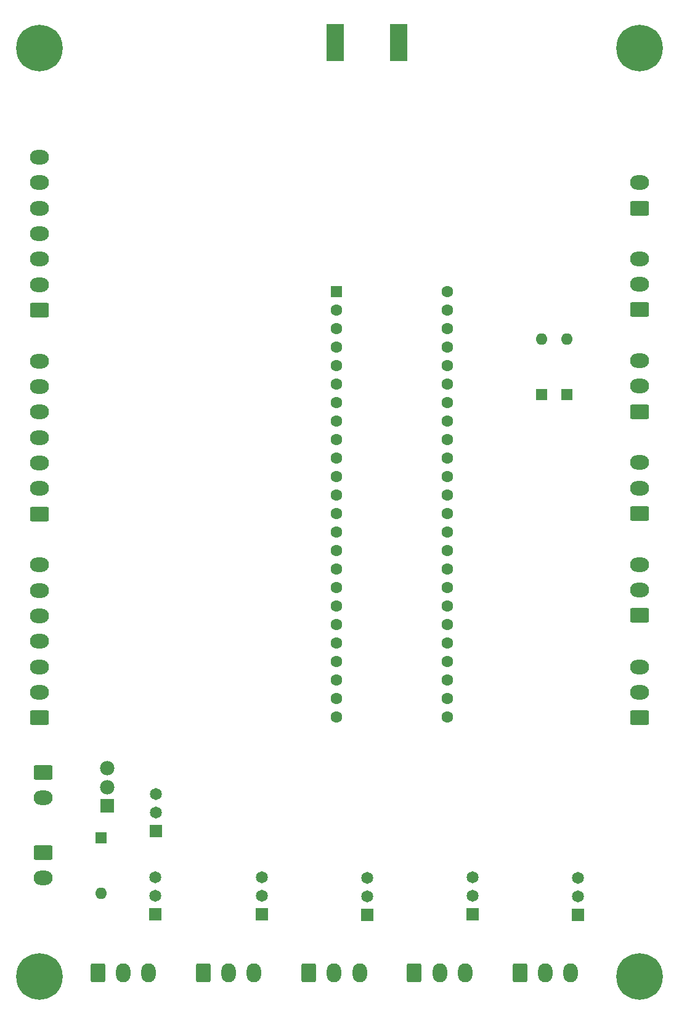
<source format=gbr>
%TF.GenerationSoftware,KiCad,Pcbnew,7.0.9*%
%TF.CreationDate,2024-08-13T21:33:33-05:00*%
%TF.ProjectId,TestStand,54657374-5374-4616-9e64-2e6b69636164,rev?*%
%TF.SameCoordinates,Original*%
%TF.FileFunction,Soldermask,Bot*%
%TF.FilePolarity,Negative*%
%FSLAX46Y46*%
G04 Gerber Fmt 4.6, Leading zero omitted, Abs format (unit mm)*
G04 Created by KiCad (PCBNEW 7.0.9) date 2024-08-13 21:33:33*
%MOMM*%
%LPD*%
G01*
G04 APERTURE LIST*
G04 Aperture macros list*
%AMRoundRect*
0 Rectangle with rounded corners*
0 $1 Rounding radius*
0 $2 $3 $4 $5 $6 $7 $8 $9 X,Y pos of 4 corners*
0 Add a 4 corners polygon primitive as box body*
4,1,4,$2,$3,$4,$5,$6,$7,$8,$9,$2,$3,0*
0 Add four circle primitives for the rounded corners*
1,1,$1+$1,$2,$3*
1,1,$1+$1,$4,$5*
1,1,$1+$1,$6,$7*
1,1,$1+$1,$8,$9*
0 Add four rect primitives between the rounded corners*
20,1,$1+$1,$2,$3,$4,$5,0*
20,1,$1+$1,$4,$5,$6,$7,0*
20,1,$1+$1,$6,$7,$8,$9,0*
20,1,$1+$1,$8,$9,$2,$3,0*%
G04 Aperture macros list end*
%ADD10R,1.651000X1.651000*%
%ADD11C,1.651000*%
%ADD12R,1.600000X1.600000*%
%ADD13C,1.600000*%
%ADD14C,6.400000*%
%ADD15O,1.600000X1.600000*%
%ADD16RoundRect,0.250000X-1.050000X0.750000X-1.050000X-0.750000X1.050000X-0.750000X1.050000X0.750000X0*%
%ADD17O,2.600000X2.000000*%
%ADD18R,1.980000X1.980000*%
%ADD19C,1.980000*%
%ADD20R,2.420000X5.080000*%
%ADD21RoundRect,0.250000X1.050000X-0.750000X1.050000X0.750000X-1.050000X0.750000X-1.050000X-0.750000X0*%
%ADD22RoundRect,0.250000X-0.750000X-1.050000X0.750000X-1.050000X0.750000X1.050000X-0.750000X1.050000X0*%
%ADD23O,2.000000X2.600000*%
G04 APERTURE END LIST*
D10*
%TO.C,CR6*%
X101500000Y-187080000D03*
D11*
X101500000Y-184540000D03*
X101500000Y-182000000D03*
%TD*%
D12*
%TO.C,U4*%
X68300000Y-101460000D03*
D13*
X68300000Y-104000000D03*
X68300000Y-106540000D03*
X68300000Y-109080000D03*
X68300000Y-111620000D03*
X68300000Y-114160000D03*
X68300000Y-116700000D03*
X68300000Y-119240000D03*
X68300000Y-121780000D03*
X68300000Y-124320000D03*
X68300000Y-126860000D03*
X68300000Y-129400000D03*
X68300000Y-131940000D03*
X68300000Y-134480000D03*
X68300000Y-137020000D03*
X68300000Y-139560000D03*
X68300000Y-142100000D03*
X68300000Y-144640000D03*
X68300000Y-147180000D03*
X68300000Y-149720000D03*
X68300000Y-152260000D03*
X68300000Y-154800000D03*
X68300000Y-157340000D03*
X68300000Y-159880000D03*
X83540000Y-159880000D03*
X83540000Y-157340000D03*
X83540000Y-154800000D03*
X83540000Y-152260000D03*
X83540000Y-149720000D03*
X83540000Y-147180000D03*
X83540000Y-144640000D03*
X83540000Y-142100000D03*
X83540000Y-139560000D03*
X83540000Y-137020000D03*
X83540000Y-134480000D03*
X83540000Y-131940000D03*
X83540000Y-129400000D03*
X83540000Y-126860000D03*
X83540000Y-124320000D03*
X83540000Y-121780000D03*
X83540000Y-119240000D03*
X83540000Y-116700000D03*
X83540000Y-114160000D03*
X83540000Y-111620000D03*
X83540000Y-109080000D03*
X83540000Y-106540000D03*
X83540000Y-104000000D03*
X83540000Y-101460000D03*
%TD*%
D14*
%TO.C,H4*%
X27500000Y-195500000D03*
%TD*%
%TO.C,H3*%
X110000000Y-195500000D03*
%TD*%
%TO.C,H2*%
X110000000Y-68000000D03*
%TD*%
%TO.C,H1*%
X27500000Y-68000000D03*
%TD*%
D12*
%TO.C,SW1*%
X36000000Y-176500000D03*
D15*
X36000000Y-184120000D03*
%TD*%
D16*
%TO.C,J17*%
X28000000Y-178500000D03*
D17*
X28000000Y-182000000D03*
%TD*%
D10*
%TO.C,CR5*%
X87000000Y-187000000D03*
D11*
X87000000Y-184460000D03*
X87000000Y-181920000D03*
%TD*%
D10*
%TO.C,CR4*%
X72500000Y-187050000D03*
D11*
X72500000Y-184510000D03*
X72500000Y-181970000D03*
%TD*%
%TO.C,CR3*%
X58068200Y-181857100D03*
X58068200Y-184397100D03*
D10*
X58068200Y-186937100D03*
%TD*%
%TO.C,CR2*%
X43431800Y-187000000D03*
D11*
X43431800Y-184460000D03*
X43431800Y-181920000D03*
%TD*%
D10*
%TO.C,CR1*%
X43500000Y-175580000D03*
D11*
X43500000Y-173040000D03*
X43500000Y-170500000D03*
%TD*%
D18*
%TO.C,IC1*%
X36770000Y-172050000D03*
D19*
X36770000Y-169500000D03*
X36770000Y-166950000D03*
%TD*%
D16*
%TO.C,J16*%
X28000000Y-167500000D03*
D17*
X28000000Y-171000000D03*
%TD*%
D20*
%TO.C,J15*%
X68120000Y-67280000D03*
X76880000Y-67280000D03*
%TD*%
D21*
%TO.C,J14*%
X110000000Y-90000000D03*
D17*
X110000000Y-86500000D03*
%TD*%
D12*
%TO.C,D2*%
X100000000Y-115620000D03*
D15*
X100000000Y-108000000D03*
%TD*%
D12*
%TO.C,D1*%
X96500000Y-115620000D03*
D15*
X96500000Y-108000000D03*
%TD*%
D22*
%TO.C,J5*%
X50000000Y-195000000D03*
D23*
X53500000Y-195000000D03*
X57000000Y-195000000D03*
%TD*%
D21*
%TO.C,J12*%
X110000000Y-117950000D03*
D17*
X110000000Y-114450000D03*
X110000000Y-110950000D03*
%TD*%
D22*
%TO.C,J7*%
X79000000Y-195000000D03*
D23*
X82500000Y-195000000D03*
X86000000Y-195000000D03*
%TD*%
D21*
%TO.C,J13*%
X110000000Y-103950000D03*
D17*
X110000000Y-100450000D03*
X110000000Y-96950000D03*
%TD*%
D21*
%TO.C,J11*%
X110000000Y-131950000D03*
D17*
X110000000Y-128450000D03*
X110000000Y-124950000D03*
%TD*%
D21*
%TO.C,J2*%
X27500000Y-132000000D03*
D17*
X27500000Y-128500000D03*
X27500000Y-125000000D03*
X27500000Y-121500000D03*
X27500000Y-118000000D03*
X27500000Y-114500000D03*
X27500000Y-111000000D03*
%TD*%
D22*
%TO.C,J8*%
X93500000Y-195000000D03*
D23*
X97000000Y-195000000D03*
X100500000Y-195000000D03*
%TD*%
D22*
%TO.C,J4*%
X35500000Y-195000000D03*
D23*
X39000000Y-195000000D03*
X42500000Y-195000000D03*
%TD*%
D21*
%TO.C,J9*%
X110000000Y-160000000D03*
D17*
X110000000Y-156500000D03*
X110000000Y-153000000D03*
%TD*%
D21*
%TO.C,J10*%
X110000000Y-145950000D03*
D17*
X110000000Y-142450000D03*
X110000000Y-138950000D03*
%TD*%
D21*
%TO.C,J1*%
X27500000Y-104000000D03*
D17*
X27500000Y-100500000D03*
X27500000Y-97000000D03*
X27500000Y-93500000D03*
X27500000Y-90000000D03*
X27500000Y-86500000D03*
X27500000Y-83000000D03*
%TD*%
D22*
%TO.C,J6*%
X64500000Y-195000000D03*
D23*
X68000000Y-195000000D03*
X71500000Y-195000000D03*
%TD*%
D21*
%TO.C,J3*%
X27500000Y-160000000D03*
D17*
X27500000Y-156500000D03*
X27500000Y-153000000D03*
X27500000Y-149500000D03*
X27500000Y-146000000D03*
X27500000Y-142500000D03*
X27500000Y-139000000D03*
%TD*%
M02*

</source>
